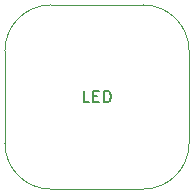
<source format=gbr>
%TF.GenerationSoftware,KiCad,Pcbnew,4.0.4+e1-6308~48~ubuntu16.04.1-stable*%
%TF.CreationDate,2016-12-19T13:05:21-08:00*%
%TF.ProjectId,2x2-LED-TH,3278322D4C45442D54482E6B69636164,1.0*%
%TF.FileFunction,Other,Fab,Top*%
%FSLAX46Y46*%
G04 Gerber Fmt 4.6, Leading zero omitted, Abs format (unit mm)*
G04 Created by KiCad (PCBNEW 4.0.4+e1-6308~48~ubuntu16.04.1-stable) date Mon Dec 19 13:05:21 2016*
%MOMM*%
%LPD*%
G01*
G04 APERTURE LIST*
%ADD10C,0.350000*%
%ADD11C,0.040640*%
%ADD12C,0.150000*%
G04 APERTURE END LIST*
D10*
D11*
X142140000Y-84720000D02*
X134340000Y-84720000D01*
X142140000Y-100320000D02*
X134340000Y-100320000D01*
X146040000Y-96420000D02*
X146040000Y-88620000D01*
X130440000Y-96420000D02*
X130440000Y-88620000D01*
X146040000Y-88620000D02*
G75*
G03X142140000Y-84720000I-3900000J0D01*
G01*
X142140000Y-100320000D02*
G75*
G03X146040000Y-96420000I0J3900000D01*
G01*
X130440000Y-96420000D02*
G75*
G03X134340000Y-100320000I3900000J0D01*
G01*
X134340000Y-84720000D02*
G75*
G03X130440000Y-88620000I0J-3900000D01*
G01*
D12*
X137587143Y-92982381D02*
X137110952Y-92982381D01*
X137110952Y-91982381D01*
X137920476Y-92458571D02*
X138253810Y-92458571D01*
X138396667Y-92982381D02*
X137920476Y-92982381D01*
X137920476Y-91982381D01*
X138396667Y-91982381D01*
X138825238Y-92982381D02*
X138825238Y-91982381D01*
X139063333Y-91982381D01*
X139206191Y-92030000D01*
X139301429Y-92125238D01*
X139349048Y-92220476D01*
X139396667Y-92410952D01*
X139396667Y-92553810D01*
X139349048Y-92744286D01*
X139301429Y-92839524D01*
X139206191Y-92934762D01*
X139063333Y-92982381D01*
X138825238Y-92982381D01*
M02*

</source>
